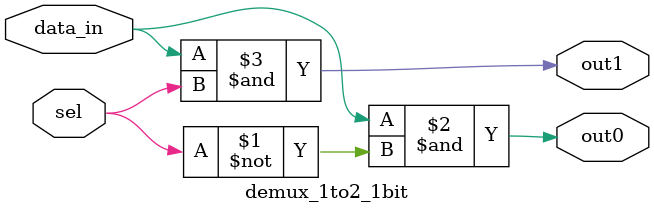
<source format=v>
module demux_1to2_1bit (
    input data_in,   // äàåú ùðëðñ (ìîùì ä-press îäëôúåø)
    input sel,       // áéè äáçéøä (ìîùì SW0)
    output out0,     // éöéàä 0 (úìê ìîåðä A)
    output out1      // éöéàä 1 (úìê ìîåðä B)
);

    // ìåâé÷ä ôùåèä:
    // äéöéàä äøàùåðä ðãì÷ú ø÷ àí sel äåà 0
    assign out0 = data_in & (~sel);
    
    // äéöéàä äùðééä ðãì÷ú ø÷ àí sel äåà 1
    assign out1 = data_in & sel;

endmodule
</source>
